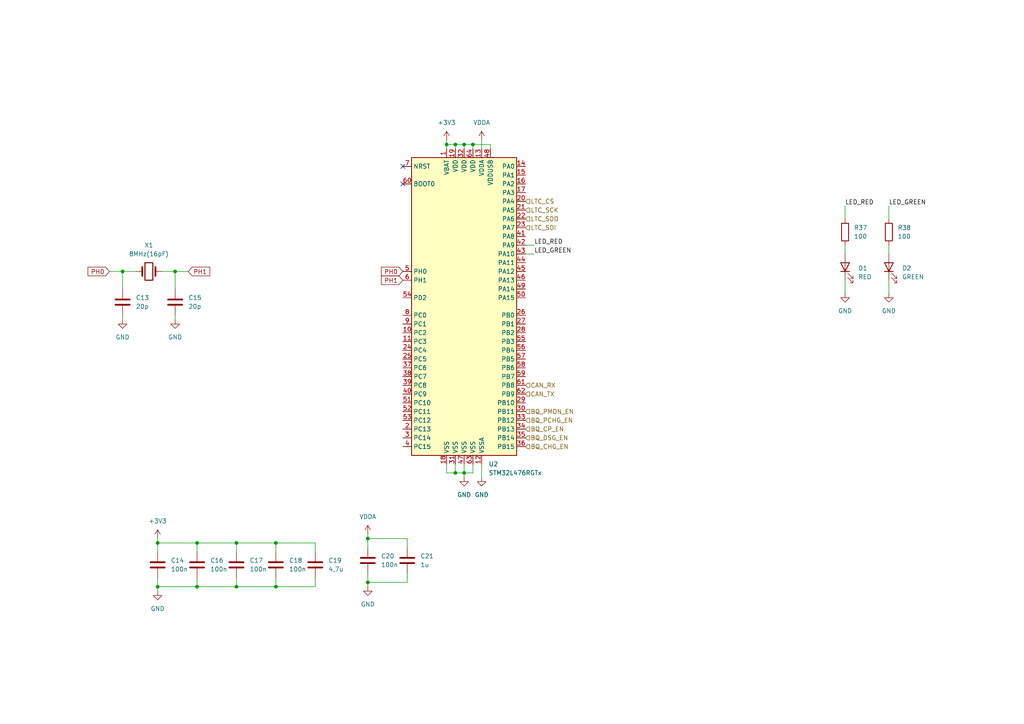
<source format=kicad_sch>
(kicad_sch (version 20211123) (generator eeschema)
  (paper "A4")
  (lib_symbols
    (symbol "Device:C" (pin_numbers hide) (pin_names (offset 0.254))
      (property "Reference" "C" (at 0.635 2.54 0))
      (property "Value" "C" (at 0.635 -2.54 0))
      (symbol "C_0_1"
        (polyline (pts (xy -2.032 -0.762) (xy 2.032 -0.762)) (stroke (width 0.508)))
        (polyline (pts (xy -2.032 0.762) (xy 2.032 0.762)) (stroke (width 0.508)))
      )
      (symbol "C_1_1"
        (pin passive line (at 0 3.81 270) (length 2.794) (name "~") (number "1"))
        (pin passive line (at 0 -3.81 90) (length 2.794) (name "~") (number "2"))
      )
    )
    (symbol "Device:Crystal" (pin_numbers hide) (pin_names (offset 1.016) hide)
      (property "Reference" "Y" (at 0 3.81 0))
      (property "Value" "Crystal" (at 0 -3.81 0))
      (symbol "Crystal_0_1"
        (rectangle (start -1.143 2.54) (end 1.143 -2.54) (stroke (width 0.3048)))
        (polyline (pts (xy -2.54 0) (xy -1.905 0)))
        (polyline (pts (xy -1.905 -1.27) (xy -1.905 1.27)) (stroke (width 0.508)))
        (polyline (pts (xy 1.905 -1.27) (xy 1.905 1.27)) (stroke (width 0.508)))
        (polyline (pts (xy 2.54 0) (xy 1.905 0)))
      )
      (symbol "Crystal_1_1"
        (pin passive line (at -3.81 0 0) (length 1.27) (name "1") (number "1"))
        (pin passive line (at 3.81 0 180) (length 1.27) (name "2") (number "2"))
      )
    )
    (symbol "Device:LED" (pin_numbers hide) (pin_names (offset 1.016) hide)
      (property "Reference" "D" (at 0 2.54 0))
      (property "Value" "LED" (at 0 -2.54 0))
      (symbol "LED_0_1"
        (polyline (pts (xy -1.27 -1.27) (xy -1.27 1.27)) (stroke (width 0.254)))
        (polyline (pts (xy -1.27 0) (xy 1.27 0)))
        (polyline (pts (xy 1.27 -1.27) (xy 1.27 1.27) (xy -1.27 0) (xy 1.27 -1.27)) (stroke (width 0.254)))
        (polyline (pts (xy -3.048 -0.762) (xy -4.572 -2.286) (xy -3.81 -2.286) (xy -4.572 -2.286) (xy -4.572 -1.524)))
        (polyline (pts (xy -1.778 -0.762) (xy -3.302 -2.286) (xy -2.54 -2.286) (xy -3.302 -2.286) (xy -3.302 -1.524)))
      )
      (symbol "LED_1_1"
        (pin passive line (at -3.81 0 0) (length 2.54) (name "K") (number "1"))
        (pin passive line (at 3.81 0 180) (length 2.54) (name "A") (number "2"))
      )
    )
    (symbol "Device:R" (pin_numbers hide) (pin_names (offset 0))
      (property "Reference" "R" (at 2.032 0 90))
      (property "Value" "R" (at 0 0 90))
      (symbol "R_0_1"
        (rectangle (start -1.016 -2.54) (end 1.016 2.54) (stroke (width 0.254)))
      )
      (symbol "R_1_1"
        (pin passive line (at 0 3.81 270) (length 1.27) (name "~") (number "1"))
        (pin passive line (at 0 -3.81 90) (length 1.27) (name "~") (number "2"))
      )
    )
    (symbol "MCU_ST_STM32L4:STM32L476RGTx"
      (property "Reference" "U" (at -15.24 44.45 0))
      (property "Value" "STM32L476RGTx" (at 10.16 44.45 0))
      (symbol "STM32L476RGTx_0_1"
        (rectangle (start -15.24 -43.18) (end 15.24 43.18) (stroke (width 0.254)) (fill (type background)))
      )
      (symbol "STM32L476RGTx_1_1"
        (pin power_in line (at -5.08 45.72 270) (length 2.54) (name "VBAT") (number "1"))
        (pin bidirectional line (at -17.78 -7.62 0) (length 2.54) (name "PC2") (number "10"))
        (pin bidirectional line (at -17.78 -10.16 0) (length 2.54) (name "PC3") (number "11"))
        (pin power_in line (at 5.08 -45.72 90) (length 2.54) (name "VSSA") (number "12"))
        (pin power_in line (at 5.08 45.72 270) (length 2.54) (name "VDDA") (number "13"))
        (pin bidirectional line (at 17.78 40.64 180) (length 2.54) (name "PA0") (number "14"))
        (pin bidirectional line (at 17.78 38.1 180) (length 2.54) (name "PA1") (number "15"))
        (pin bidirectional line (at 17.78 35.56 180) (length 2.54) (name "PA2") (number "16"))
        (pin bidirectional line (at 17.78 33.02 180) (length 2.54) (name "PA3") (number "17"))
        (pin power_in line (at -5.08 -45.72 90) (length 2.54) (name "VSS") (number "18"))
        (pin power_in line (at -2.54 45.72 270) (length 2.54) (name "VDD") (number "19"))
        (pin bidirectional line (at -17.78 -35.56 0) (length 2.54) (name "PC13") (number "2"))
        (pin bidirectional line (at 17.78 30.48 180) (length 2.54) (name "PA4") (number "20"))
        (pin bidirectional line (at 17.78 27.94 180) (length 2.54) (name "PA5") (number "21"))
        (pin bidirectional line (at 17.78 25.4 180) (length 2.54) (name "PA6") (number "22"))
        (pin bidirectional line (at 17.78 22.86 180) (length 2.54) (name "PA7") (number "23"))
        (pin bidirectional line (at -17.78 -12.7 0) (length 2.54) (name "PC4") (number "24"))
        (pin bidirectional line (at -17.78 -15.24 0) (length 2.54) (name "PC5") (number "25"))
        (pin bidirectional line (at 17.78 -2.54 180) (length 2.54) (name "PB0") (number "26"))
        (pin bidirectional line (at 17.78 -5.08 180) (length 2.54) (name "PB1") (number "27"))
        (pin bidirectional line (at 17.78 -7.62 180) (length 2.54) (name "PB2") (number "28"))
        (pin bidirectional line (at 17.78 -27.94 180) (length 2.54) (name "PB10") (number "29"))
        (pin bidirectional line (at -17.78 -38.1 0) (length 2.54) (name "PC14") (number "3"))
        (pin bidirectional line (at 17.78 -30.48 180) (length 2.54) (name "PB11") (number "30"))
        (pin power_in line (at -2.54 -45.72 90) (length 2.54) (name "VSS") (number "31"))
        (pin power_in line (at 0 45.72 270) (length 2.54) (name "VDD") (number "32"))
        (pin bidirectional line (at 17.78 -33.02 180) (length 2.54) (name "PB12") (number "33"))
        (pin bidirectional line (at 17.78 -35.56 180) (length 2.54) (name "PB13") (number "34"))
        (pin bidirectional line (at 17.78 -38.1 180) (length 2.54) (name "PB14") (number "35"))
        (pin bidirectional line (at 17.78 -40.64 180) (length 2.54) (name "PB15") (number "36"))
        (pin bidirectional line (at -17.78 -17.78 0) (length 2.54) (name "PC6") (number "37"))
        (pin bidirectional line (at -17.78 -20.32 0) (length 2.54) (name "PC7") (number "38"))
        (pin bidirectional line (at -17.78 -22.86 0) (length 2.54) (name "PC8") (number "39"))
        (pin bidirectional line (at -17.78 -40.64 0) (length 2.54) (name "PC15") (number "4"))
        (pin bidirectional line (at -17.78 -25.4 0) (length 2.54) (name "PC9") (number "40"))
        (pin bidirectional line (at 17.78 20.32 180) (length 2.54) (name "PA8") (number "41"))
        (pin bidirectional line (at 17.78 17.78 180) (length 2.54) (name "PA9") (number "42"))
        (pin bidirectional line (at 17.78 15.24 180) (length 2.54) (name "PA10") (number "43"))
        (pin bidirectional line (at 17.78 12.7 180) (length 2.54) (name "PA11") (number "44"))
        (pin bidirectional line (at 17.78 10.16 180) (length 2.54) (name "PA12") (number "45"))
        (pin bidirectional line (at 17.78 7.62 180) (length 2.54) (name "PA13") (number "46"))
        (pin power_in line (at 0 -45.72 90) (length 2.54) (name "VSS") (number "47"))
        (pin power_in line (at 7.62 45.72 270) (length 2.54) (name "VDDUSB") (number "48"))
        (pin bidirectional line (at 17.78 5.08 180) (length 2.54) (name "PA14") (number "49"))
        (pin input line (at -17.78 10.16 0) (length 2.54) (name "PH0") (number "5"))
        (pin bidirectional line (at 17.78 2.54 180) (length 2.54) (name "PA15") (number "50"))
        (pin bidirectional line (at -17.78 -27.94 0) (length 2.54) (name "PC10") (number "51"))
        (pin bidirectional line (at -17.78 -30.48 0) (length 2.54) (name "PC11") (number "52"))
        (pin bidirectional line (at -17.78 -33.02 0) (length 2.54) (name "PC12") (number "53"))
        (pin bidirectional line (at -17.78 2.54 0) (length 2.54) (name "PD2") (number "54"))
        (pin bidirectional line (at 17.78 -10.16 180) (length 2.54) (name "PB3") (number "55"))
        (pin bidirectional line (at 17.78 -12.7 180) (length 2.54) (name "PB4") (number "56"))
        (pin bidirectional line (at 17.78 -15.24 180) (length 2.54) (name "PB5") (number "57"))
        (pin bidirectional line (at 17.78 -17.78 180) (length 2.54) (name "PB6") (number "58"))
        (pin bidirectional line (at 17.78 -20.32 180) (length 2.54) (name "PB7") (number "59"))
        (pin input line (at -17.78 7.62 0) (length 2.54) (name "PH1") (number "6"))
        (pin input line (at -17.78 35.56 0) (length 2.54) (name "BOOT0") (number "60"))
        (pin bidirectional line (at 17.78 -22.86 180) (length 2.54) (name "PB8") (number "61"))
        (pin bidirectional line (at 17.78 -25.4 180) (length 2.54) (name "PB9") (number "62"))
        (pin power_in line (at 2.54 -45.72 90) (length 2.54) (name "VSS") (number "63"))
        (pin power_in line (at 2.54 45.72 270) (length 2.54) (name "VDD") (number "64"))
        (pin input line (at -17.78 40.64 0) (length 2.54) (name "NRST") (number "7"))
        (pin bidirectional line (at -17.78 -2.54 0) (length 2.54) (name "PC0") (number "8"))
        (pin bidirectional line (at -17.78 -5.08 0) (length 2.54) (name "PC1") (number "9"))
      )
    )
    (symbol "power:+3V3" (power) (pin_names (offset 0))
      (property "Value" "+3V3" (at 0 3.556 0))
      (symbol "+3V3_0_1"
        (polyline (pts (xy -0.762 1.27) (xy 0 2.54)))
        (polyline (pts (xy 0 0) (xy 0 2.54)))
        (polyline (pts (xy 0 2.54) (xy 0.762 1.27)))
      )
      (symbol "+3V3_1_1"
        (pin power_in line (at 0 0 90) (length 0) hide (name "+3V3") (number "1"))
      )
    )
    (symbol "power:GND" (power) (pin_names (offset 0))
      (property "Value" "GND" (at 0 -3.81 0))
      (symbol "GND_0_1"
        (polyline (pts (xy 0 0) (xy 0 -1.27) (xy 1.27 -1.27) (xy 0 -2.54) (xy -1.27 -1.27) (xy 0 -1.27)))
      )
      (symbol "GND_1_1"
        (pin power_in line (at 0 0 270) (length 0) hide (name "GND") (number "1"))
      )
    )
    (symbol "power:VDDA" (power) (pin_names (offset 0))
      (property "Value" "VDDA" (at 0 3.81 0))
      (symbol "VDDA_0_1"
        (polyline (pts (xy -0.762 1.27) (xy 0 2.54)))
        (polyline (pts (xy 0 0) (xy 0 2.54)))
        (polyline (pts (xy 0 2.54) (xy 0.762 1.27)))
      )
      (symbol "VDDA_1_1"
        (pin power_in line (at 0 0 90) (length 0) hide (name "VDDA") (number "1"))
      )
    )
  )
  (junction (at 35.56 78.74))
  (junction (at 80.01 170.18))
  (junction (at 68.58 170.18))
  (junction (at 80.01 157.48))
  (junction (at 106.68 168.91))
  (junction (at 134.62 41.91))
  (junction (at 137.16 41.91))
  (junction (at 45.72 157.48))
  (junction (at 57.15 170.18))
  (junction (at 134.62 137.16))
  (junction (at 129.54 41.91))
  (junction (at 132.08 137.16))
  (junction (at 45.72 170.18))
  (junction (at 68.58 157.48))
  (junction (at 132.08 41.91))
  (junction (at 106.68 156.21))
  (junction (at 57.15 157.48))
  (junction (at 50.8 78.74))
  (no_connect (at 116.84 48.26))
  (no_connect (at 116.84 53.34))
  (wire (pts (xy 106.68 156.21) (xy 106.68 158.75)))
  (wire (pts (xy 57.15 160.02) (xy 57.15 157.48)))
  (wire (pts (xy 57.15 170.18) (xy 45.72 170.18)))
  (wire (pts (xy 134.62 137.16) (xy 134.62 138.43)))
  (wire (pts (xy 137.16 137.16) (xy 137.16 134.62)))
  (wire (pts (xy 50.8 78.74) (xy 54.61 78.74)))
  (wire (pts (xy 45.72 167.64) (xy 45.72 170.18)))
  (wire (pts (xy 142.24 43.18) (xy 142.24 41.91)))
  (wire (pts (xy 68.58 160.02) (xy 68.58 157.48)))
  (wire (pts (xy 91.44 170.18) (xy 80.01 170.18)))
  (wire (pts (xy 91.44 160.02) (xy 91.44 157.48)))
  (wire (pts (xy 35.56 91.44) (xy 35.56 92.71)))
  (wire (pts (xy 257.81 59.69) (xy 257.81 63.5)))
  (wire (pts (xy 80.01 167.64) (xy 80.01 170.18)))
  (wire (pts (xy 80.01 157.48) (xy 68.58 157.48)))
  (wire (pts (xy 129.54 43.18) (xy 129.54 41.91)))
  (wire (pts (xy 245.11 59.69) (xy 245.11 63.5)))
  (wire (pts (xy 118.11 166.37) (xy 118.11 168.91)))
  (wire (pts (xy 152.4 73.66) (xy 154.94 73.66)))
  (wire (pts (xy 80.01 170.18) (xy 68.58 170.18)))
  (wire (pts (xy 139.7 134.62) (xy 139.7 138.43)))
  (wire (pts (xy 132.08 41.91) (xy 134.62 41.91)))
  (wire (pts (xy 57.15 157.48) (xy 45.72 157.48)))
  (wire (pts (xy 132.08 134.62) (xy 132.08 137.16)))
  (wire (pts (xy 129.54 137.16) (xy 132.08 137.16)))
  (wire (pts (xy 91.44 167.64) (xy 91.44 170.18)))
  (wire (pts (xy 257.81 81.28) (xy 257.81 85.09)))
  (wire (pts (xy 80.01 160.02) (xy 80.01 157.48)))
  (wire (pts (xy 45.72 170.18) (xy 45.72 171.45)))
  (wire (pts (xy 152.4 71.12) (xy 154.94 71.12)))
  (wire (pts (xy 106.68 168.91) (xy 118.11 168.91)))
  (wire (pts (xy 257.81 71.12) (xy 257.81 73.66)))
  (wire (pts (xy 57.15 167.64) (xy 57.15 170.18)))
  (wire (pts (xy 142.24 41.91) (xy 137.16 41.91)))
  (wire (pts (xy 134.62 41.91) (xy 137.16 41.91)))
  (wire (pts (xy 134.62 41.91) (xy 134.62 43.18)))
  (wire (pts (xy 50.8 91.44) (xy 50.8 92.71)))
  (wire (pts (xy 139.7 40.64) (xy 139.7 43.18)))
  (wire (pts (xy 132.08 41.91) (xy 132.08 43.18)))
  (wire (pts (xy 245.11 81.28) (xy 245.11 85.09)))
  (wire (pts (xy 68.58 170.18) (xy 57.15 170.18)))
  (wire (pts (xy 129.54 40.64) (xy 129.54 41.91)))
  (wire (pts (xy 68.58 157.48) (xy 57.15 157.48)))
  (wire (pts (xy 137.16 41.91) (xy 137.16 43.18)))
  (wire (pts (xy 35.56 78.74) (xy 35.56 83.82)))
  (wire (pts (xy 118.11 158.75) (xy 118.11 156.21)))
  (wire (pts (xy 106.68 154.94) (xy 106.68 156.21)))
  (wire (pts (xy 134.62 134.62) (xy 134.62 137.16)))
  (wire (pts (xy 31.75 78.74) (xy 35.56 78.74)))
  (wire (pts (xy 68.58 167.64) (xy 68.58 170.18)))
  (wire (pts (xy 129.54 41.91) (xy 132.08 41.91)))
  (wire (pts (xy 106.68 166.37) (xy 106.68 168.91)))
  (wire (pts (xy 50.8 78.74) (xy 50.8 83.82)))
  (wire (pts (xy 245.11 71.12) (xy 245.11 73.66)))
  (wire (pts (xy 132.08 137.16) (xy 134.62 137.16)))
  (wire (pts (xy 35.56 78.74) (xy 39.37 78.74)))
  (wire (pts (xy 45.72 157.48) (xy 45.72 160.02)))
  (wire (pts (xy 118.11 156.21) (xy 106.68 156.21)))
  (wire (pts (xy 45.72 156.21) (xy 45.72 157.48)))
  (wire (pts (xy 129.54 134.62) (xy 129.54 137.16)))
  (wire (pts (xy 106.68 168.91) (xy 106.68 170.18)))
  (wire (pts (xy 134.62 137.16) (xy 137.16 137.16)))
  (wire (pts (xy 91.44 157.48) (xy 80.01 157.48)))
  (wire (pts (xy 46.99 78.74) (xy 50.8 78.74)))
  (label "LED_GREEN" (at 257.81 59.69 0))
  (label "LED_RED" (at 245.11 59.69 0))
  (label "LED_GREEN" (at 154.94 73.66 0))
  (label "LED_RED" (at 154.94 71.12 0))
  (global_label "PH0" (shape input) (at 31.75 78.74 180) (property "Intersheet References" "${INTERSHEET_REFS}" (effects hide)))
  (global_label "PH0" (shape input) (at 116.84 78.74 180) (property "Intersheet References" "${INTERSHEET_REFS}" (effects hide)))
  (global_label "PH1" (shape input) (at 54.61 78.74 0) (property "Intersheet References" "${INTERSHEET_REFS}" (effects hide)))
  (global_label "PH1" (shape input) (at 116.84 81.28 180) (property "Intersheet References" "${INTERSHEET_REFS}" (effects hide)))
  (hierarchical_label "BQ_PMON_EN" (shape input) (at 152.4 119.38 0))
  (hierarchical_label "BQ_DSG_EN" (shape input) (at 152.4 127 0))
  (hierarchical_label "LTC_CS" (shape input) (at 152.4 58.42 0))
  (hierarchical_label "CAN_RX" (shape input) (at 152.4 111.76 0))
  (hierarchical_label "LTC_SDI" (shape input) (at 152.4 66.04 0))
  (hierarchical_label "LTC_SCK" (shape input) (at 152.4 60.96 0))
  (hierarchical_label "BQ_CP_EN" (shape input) (at 152.4 124.46 0))
  (hierarchical_label "BQ_CHG_EN" (shape input) (at 152.4 129.54 0))
  (hierarchical_label "BQ_PCHG_EN" (shape input) (at 152.4 121.92 0))
  (hierarchical_label "LTC_SDO" (shape input) (at 152.4 63.5 0))
  (hierarchical_label "CAN_TX" (shape input) (at 152.4 114.3 0))
  (symbol (lib_id "Device:Crystal") (at 43.18 78.74 180) (unit 1)
    (property "Reference" "X1" (at 43.18 71.12 0))
    (property "Value" "8MHz(16pF)" (at 43.18 73.66 0))
    (property "Footprint" "Crystal:Crystal_SMD_2012-2Pin_2.0x1.2mm" (effects hide))
  )
  (symbol (lib_id "power:GND") (at 257.81 85.09 0) (unit 1)
    (property "Reference" "#PWR0106" (effects hide))
    (property "Value" "GND" (at 257.81 90.17 0))
  )
  (symbol (lib_id "Device:LED") (at 245.11 77.47 90) (unit 1)
    (property "Reference" "D1" (at 248.92 77.7874 90) (effects (justify right)))
    (property "Value" "RED" (at 248.92 80.3274 90) (effects (justify right)))
    (property "Footprint" "LED_SMD:LED_0805_2012Metric" (effects hide))
  )
  (symbol (lib_id "power:GND") (at 106.68 170.18 0) (unit 1)
    (property "Reference" "#PWR0107" (effects hide))
    (property "Value" "GND" (at 106.68 175.26 0))
  )
  (symbol (lib_id "power:GND") (at 139.7 138.43 0) (unit 1)
    (property "Reference" "#PWR0102" (effects hide))
    (property "Value" "GND" (at 139.7 143.51 0))
  )
  (symbol (lib_id "power:GND") (at 134.62 138.43 0) (unit 1)
    (property "Reference" "#PWR0101" (effects hide))
    (property "Value" "GND" (at 134.62 143.51 0))
  )
  (symbol (lib_id "Device:C") (at 80.01 163.83 0) (unit 1)
    (property "Reference" "C18" (at 83.82 162.5599 0) (effects (justify left)))
    (property "Value" "100n" (at 83.82 165.0999 0) (effects (justify left)))
    (property "Footprint" "Capacitor_SMD:C_0805_2012Metric" (effects hide))
  )
  (symbol (lib_id "power:GND") (at 45.72 171.45 0) (unit 1)
    (property "Reference" "#PWR0109" (effects hide))
    (property "Value" "GND" (at 45.72 176.53 0))
  )
  (symbol (lib_id "power:+3V3") (at 45.72 156.21 0) (unit 1)
    (property "Reference" "#PWR0110" (effects hide))
    (property "Value" "+3V3" (at 45.72 151.13 0))
  )
  (symbol (lib_id "Device:C") (at 68.58 163.83 0) (unit 1)
    (property "Reference" "C17" (at 72.39 162.5599 0) (effects (justify left)))
    (property "Value" "100n" (at 72.39 165.0999 0) (effects (justify left)))
    (property "Footprint" "Capacitor_SMD:C_0805_2012Metric" (effects hide))
  )
  (symbol (lib_id "Device:C") (at 50.8 87.63 0) (unit 1)
    (property "Reference" "C15" (at 54.61 86.3599 0) (effects (justify left)))
    (property "Value" "20p" (at 54.61 88.8999 0) (effects (justify left)))
    (property "Footprint" "Capacitor_SMD:C_0805_2012Metric" (effects hide))
  )
  (symbol (lib_id "Device:R") (at 257.81 67.31 0) (unit 1)
    (property "Reference" "R38" (at 260.35 66.0399 0) (effects (justify left)))
    (property "Value" "100" (at 260.35 68.5799 0) (effects (justify left)))
    (property "Footprint" "Resistor_SMD:R_0805_2012Metric" (effects hide))
  )
  (symbol (lib_id "MCU_ST_STM32L4:STM32L476RGTx") (at 134.62 88.9 0) (unit 1)
    (property "Reference" "U2" (at 141.7194 134.62 0) (effects (justify left)))
    (property "Value" "STM32L476RGTx" (at 141.7194 137.16 0) (effects (justify left)))
    (property "Footprint" "Package_QFP:LQFP-64_10x10mm_P0.5mm" (effects hide))
    (property "Datasheet" "http://www.st.com/st-web-ui/static/active/en/resource/technical/document/datasheet/DM00108832.pdf" (effects hide))
  )
  (symbol (lib_id "Device:R") (at 245.11 67.31 0) (unit 1)
    (property "Reference" "R37" (at 247.65 66.0399 0) (effects (justify left)))
    (property "Value" "100" (at 247.65 68.5799 0) (effects (justify left)))
    (property "Footprint" "Resistor_SMD:R_0805_2012Metric" (effects hide))
  )
  (symbol (lib_id "Device:C") (at 35.56 87.63 0) (unit 1)
    (property "Reference" "C13" (at 39.37 86.3599 0) (effects (justify left)))
    (property "Value" "20p" (at 39.37 88.8999 0) (effects (justify left)))
    (property "Footprint" "Capacitor_SMD:C_0805_2012Metric" (effects hide))
  )
  (symbol (lib_id "Device:C") (at 57.15 163.83 0) (unit 1)
    (property "Reference" "C16" (at 60.96 162.5599 0) (effects (justify left)))
    (property "Value" "100n" (at 60.96 165.0999 0) (effects (justify left)))
    (property "Footprint" "Capacitor_SMD:C_0805_2012Metric" (effects hide))
  )
  (symbol (lib_id "Device:C") (at 118.11 162.56 0) (unit 1)
    (property "Reference" "C21" (at 121.92 161.2899 0) (effects (justify left)))
    (property "Value" "1u" (at 121.92 163.8299 0) (effects (justify left)))
    (property "Footprint" "Capacitor_SMD:C_0805_2012Metric" (effects hide))
  )
  (symbol (lib_id "power:GND") (at 245.11 85.09 0) (unit 1)
    (property "Reference" "#PWR0105" (effects hide))
    (property "Value" "GND" (at 245.11 90.17 0))
  )
  (symbol (lib_id "Device:C") (at 106.68 162.56 0) (unit 1)
    (property "Reference" "C20" (at 110.49 161.2899 0) (effects (justify left)))
    (property "Value" "100n" (at 110.49 163.8299 0) (effects (justify left)))
    (property "Footprint" "Capacitor_SMD:C_0805_2012Metric" (effects hide))
  )
  (symbol (lib_id "Device:C") (at 91.44 163.83 0) (unit 1)
    (property "Reference" "C19" (at 95.25 162.5599 0) (effects (justify left)))
    (property "Value" "4,7u" (at 95.25 165.0999 0) (effects (justify left)))
    (property "Footprint" "Capacitor_SMD:C_0805_2012Metric" (effects hide))
  )
  (symbol (lib_id "power:GND") (at 35.56 92.71 0) (unit 1)
    (property "Reference" "#PWR0111" (effects hide))
    (property "Value" "GND" (at 35.56 97.79 0))
  )
  (symbol (lib_id "Device:LED") (at 257.81 77.47 90) (unit 1)
    (property "Reference" "D2" (at 261.62 77.7874 90) (effects (justify right)))
    (property "Value" "GREEN" (at 261.62 80.3274 90) (effects (justify right)))
    (property "Footprint" "LED_SMD:LED_0805_2012Metric" (effects hide))
  )
  (symbol (lib_id "power:VDDA") (at 106.68 154.94 0) (unit 1)
    (property "Reference" "#PWR0108" (effects hide))
    (property "Value" "VDDA" (at 106.68 149.86 0))
  )
  (symbol (lib_id "power:+3V3") (at 129.54 40.64 0) (unit 1)
    (property "Reference" "#PWR0103" (effects hide))
    (property "Value" "+3V3" (at 129.54 35.56 0))
  )
  (symbol (lib_id "Device:C") (at 45.72 163.83 0) (unit 1)
    (property "Reference" "C14" (at 49.53 162.5599 0) (effects (justify left)))
    (property "Value" "100n" (at 49.53 165.0999 0) (effects (justify left)))
    (property "Footprint" "Capacitor_SMD:C_0805_2012Metric" (effects hide))
  )
  (symbol (lib_id "power:VDDA") (at 139.7 40.64 0) (unit 1)
    (property "Reference" "#PWR0104" (effects hide))
    (property "Value" "VDDA" (at 139.7 35.56 0))
  )
  (symbol (lib_id "power:GND") (at 50.8 92.71 0) (unit 1)
    (property "Reference" "#PWR0112" (effects hide))
    (property "Value" "GND" (at 50.8 97.79 0))
  )
)
</source>
